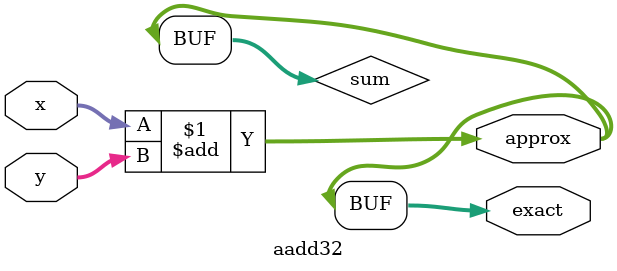
<source format=v>
module aadd32 #(parameter DROP = 0)(
    input signed [31:0] x,
    input signed [31:0] y,
    output signed [31:0] exact,
    output signed [31:0] approx
);
    wire signed [31:0] sum;
    assign sum = x + y;
    assign exact = sum;
    assign approx = (DROP == 0) ? sum : (sum & (~((1 << DROP) - 1)));
endmodule

</source>
